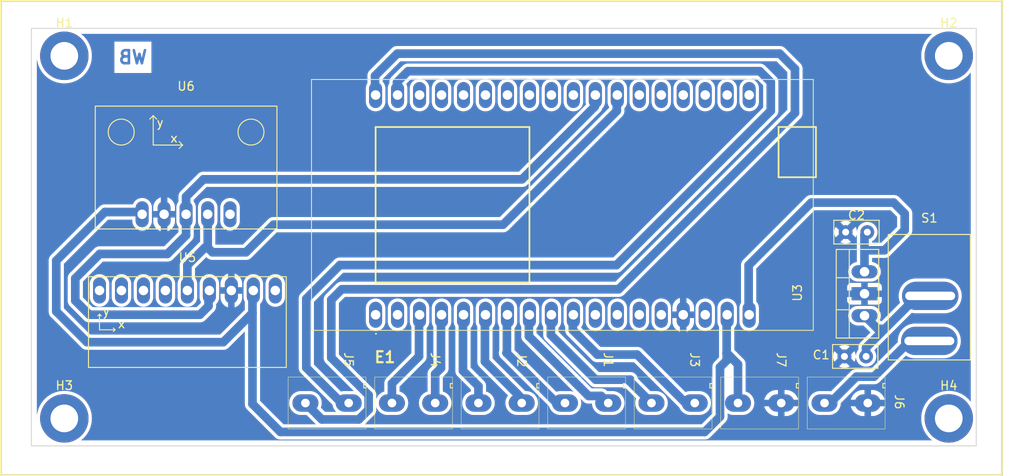
<source format=kicad_pcb>
(kicad_pcb (version 20240108) (generator "pcbnew") (generator_version "8.0")
  (layers (0 "F.Cu" signal) (31 "B.Cu" signal) (34 "B.Paste" user) (35 "F.Paste" user) (36 "B.SilkS" user "B.Silkscreen") (37 "F.SilkS" user "F.Silkscreen") (38 "B.Mask" user) (39 "F.Mask" user) (44 "Edge.Cuts" user))
  (net 0 "")
  (net 1 "GND")
  (net 2 "+5V")
  (net 3 "mot1_encB")
  (net 4 "mot1_encA")
  (net 5 "mot2_encB")
  (net 6 "mot2_encA")
  (net 7 "mot1_pwm2")
  (net 8 "mot1_pwm1")
  (net 9 "mot2_pwm2")
  (net 10 "mot2_pwm1")
  (net 11 "mot2_ACS711")
  (net 12 "mot1_ACS711")
  (net 13 "Vcc1_8V")
  (net 14 "+3.3V")
  (net 21 "Net-(C1-Pad1)")
  (net 35 "Net-(E1-Pad29)")
  (net 36 "Net-(E1-Pad30)")
  (footprint "MojaBibliotekaFootPrint1:zlacze ARK_2" (layer "F.Cu") (at 81.056 138.725 -90)
    (property "Reference" "J4" (at -5 0 -90) (layer "F.SilkS"))
    (property "Value" "Conn_01x02_Female")
    (fp_line (start -2.25 -1.75) (end -1.75 -1.75) (stroke (width 0.12)) (layer "F.SilkS"))
    (fp_line (start -1.75 -1.75) (end -1.75 -2) (stroke (width 0.12)) (layer "F.SilkS"))
    (fp_line (start -2.25 -2) (end -2.25 -1.75) (stroke (width 0.12)) (layer "F.SilkS"))
    (fp_rect (start -3 7) (end 3 -2) (stroke (width 0.05)) (fill none) (layer "F.SilkS"))
    (pad "1" thru_hole oval (at 0 0 270) (size 2 3) (drill 1) (layers "F&B.Cu" "*.Mask") (net 9 "mot2_pwm2"))
    (pad "2" thru_hole oval (at 0 5 270) (size 2 3) (drill 1) (layers "F&B.Cu" "*.Mask") (net 10 "mot2_pwm1"))
  )
  (footprint "MojaBibliotekaFootPrint1:zlacze ARK_2" (layer "F.Cu") (at 121.056 138.725 -90)
    (property "Reference" "J7" (at -5 0 -90) (layer "F.SilkS"))
    (property "Value" "Conn_01x02_Female")
    (fp_line (start -2.25 -1.75) (end -1.75 -1.75) (stroke (width 0.12)) (layer "F.SilkS"))
    (fp_line (start -1.75 -1.75) (end -1.75 -2) (stroke (width 0.12)) (layer "F.SilkS"))
    (fp_line (start -2.25 -2) (end -2.25 -1.75) (stroke (width 0.12)) (layer "F.SilkS"))
    (fp_rect (start -3 7) (end 3 -2) (stroke (width 0.05)) (fill none) (layer "F.SilkS"))
    (pad "1" thru_hole oval (at 0 0 270) (size 2 3) (drill 1) (layers "F&B.Cu" "*.Mask") (net 1 "GND"))
    (pad "2" thru_hole oval (at 0 5 270) (size 2 3) (drill 1) (layers "F&B.Cu" "*.Mask") (net 14 "+3.3V"))
  )
  (footprint "MojaBibliotekaFootPrint1:mpu6050_DFRobot" (layer "F.Cu") (at 52.262 101.408)
    (property "Reference" "U6" (at 0 0.7 0) (layer "F.SilkS"))
    (property "Value" "mpu6050_DFRobot")
    (fp_line (start -3.8 4.1) (end -4.2 4.5) (stroke (width 0.12)) (layer "F.SilkS"))
    (fp_line (start -3.8 4.1) (end -3.4 4.5) (stroke (width 0.12)) (layer "F.SilkS"))
    (fp_line (start -3.8 7.5) (end -3.8 4.1) (stroke (width 0.12)) (layer "F.SilkS"))
    (fp_line (start -3.8 7.5) (end -0.4 7.5) (stroke (width 0.12)) (layer "F.SilkS"))
    (fp_line (start -0.4 7.5) (end -0.8 7.1) (stroke (width 0.12)) (layer "F.SilkS"))
    (fp_line (start -0.4 7.5) (end -0.8 7.9) (stroke (width 0.12)) (layer "F.SilkS"))
    (fp_rect (start -10.5 17.2) (end 10.5 3) (stroke (width 0.12)) (fill none) (layer "F.SilkS"))
    (fp_circle (center -7.5 6) (end -6 6) (stroke (width 0.12)) (fill none) (layer "F.SilkS"))
    (fp_circle (center 7.5 6) (end 9 6) (stroke (width 0.12)) (fill none) (layer "F.SilkS"))
    (fp_text user "x" (at -1.4 6.7 0) (layer "F.SilkS"))
    (fp_text user "y" (at -3 4.9 0) (layer "F.SilkS"))
    (pad "1" thru_hole oval (at -5.08 15.5) (size 1.5 3) (drill 1.1) (layers "*.Cu" "*.Mask") (net 14 "+3.3V"))
    (pad "2" thru_hole oval (at -2.54 15.5) (size 1.5 3) (drill 1.1) (layers "*.Cu" "*.Mask") (net 1 "GND"))
    (pad "3" thru_hole oval (at 0 15.5) (size 1.5 3) (drill 1.1) (layers "*.Cu" "*.Mask") (net 35 "Net-(E1-Pad29)"))
    (pad "4" thru_hole oval (at 2.5 15.5) (size 1.5 3) (drill 1.1) (layers "*.Cu" "*.Mask") (net 36 "Net-(E1-Pad30)"))
    (pad "5" thru_hole oval (at 5.08 15.5) (size 1.5 3) (drill 1.1) (layers "*.Cu" "*.Mask"))
  )
  (footprint "MojaBibliotekaFootPrint1:zlacze ARK_2" (layer "F.Cu") (at 71.056 138.725 -90)
    (property "Reference" "J5" (at -5 0 -90) (layer "F.SilkS"))
    (property "Value" "Conn_01x02_Female")
    (fp_line (start -2.25 -1.75) (end -1.75 -1.75) (stroke (width 0.12)) (layer "F.SilkS"))
    (fp_line (start -1.75 -1.75) (end -1.75 -2) (stroke (width 0.12)) (layer "F.SilkS"))
    (fp_line (start -2.25 -2) (end -2.25 -1.75) (stroke (width 0.12)) (layer "F.SilkS"))
    (fp_rect (start -3 7) (end 3 -2) (stroke (width 0.05)) (fill none) (layer "F.SilkS"))
    (pad "1" thru_hole oval (at 0 0 270) (size 2 3) (drill 1) (layers "F&B.Cu" "*.Mask") (net 11 "mot2_ACS711"))
    (pad "2" thru_hole oval (at 0 5 270) (size 2 3) (drill 1) (layers "F&B.Cu" "*.Mask") (net 12 "mot1_ACS711"))
  )
  (footprint "MojaBibliotekaFootPrint1:lis3mdl_Pololu" (layer "F.Cu") (at 52.412 121.9085)
    (property "Reference" "U5" (at 0 0 0) (layer "F.SilkS"))
    (property "Value" "Lis3mdl_Polulu")
    (fp_line (start -10.16 6.55) (end -10.36 6.75) (stroke (width 0.12)) (layer "F.SilkS"))
    (fp_line (start -10.16 6.55) (end -9.96 6.75) (stroke (width 0.12)) (layer "F.SilkS"))
    (fp_line (start -10.16 8.35) (end -10.16 6.55) (stroke (width 0.12)) (layer "F.SilkS"))
    (fp_line (start -9.96 6.75) (end -10.16 6.55) (stroke (width 0.12)) (layer "F.SilkS"))
    (fp_line (start -8.36 8.35) (end -10.16 8.35) (stroke (width 0.12)) (layer "F.SilkS"))
    (fp_line (start -8.36 8.35) (end -8.56 8.15) (stroke (width 0.12)) (layer "F.SilkS"))
    (fp_line (start -8.36 8.35) (end -8.56 8.55) (stroke (width 0.12)) (layer "F.SilkS"))
    (fp_rect (start -11.43 12.7022) (end 11.43 2.213) (stroke (width 0.12)) (fill none) (layer "F.SilkS"))
    (fp_text user "y" (at -9.3726 6.2252 0) (layer "F.SilkS"))
    (fp_text user "x" (at -7.62 7.673 0) (layer "F.SilkS"))
    (pad "1" thru_hole oval (at 10.16 3.81) (size 1.5 3) (drill 1.1) (layers "*.Cu" "*.Mask"))
    (pad "2" thru_hole oval (at 7.62 3.81) (size 1.5 3) (drill 1.1) (layers "*.Cu" "*.Mask") (net 14 "+3.3V"))
    (pad "3" thru_hole oval (at 5.08 3.81) (size 1.5 3) (drill 1.1) (layers "*.Cu" "*.Mask") (net 1 "GND"))
    (pad "4" thru_hole oval (at 2.54 3.81) (size 1.5 3) (drill 1.1) (layers "*.Cu" "*.Mask") (net 35 "Net-(E1-Pad29)"))
    (pad "5" thru_hole oval (at 0 3.81) (size 1.5 3) (drill 1.1) (layers "*.Cu" "*.Mask") (net 36 "Net-(E1-Pad30)"))
    (pad "6" thru_hole oval (at -2.54 3.81) (size 1.5 3) (drill 1.1) (layers "*.Cu" "*.Mask"))
    (pad "7" thru_hole oval (at -5.08 3.81) (size 1.5 3) (drill 1.1) (layers "*.Cu" "*.Mask"))
    (pad "8" thru_hole oval (at -7.62 3.81) (size 1.5 3) (drill 1.1) (layers "*.Cu" "*.Mask"))
    (pad "9" thru_hole oval (at -10.16 3.81) (size 1.5 3) (drill 1.1) (layers "*.Cu" "*.Mask"))
  )
  (footprint "MojaBibliotekaFootPrint1:zlacze ARK_2" (layer "F.Cu") (at 111.056 138.725 -90)
    (property "Reference" "J3" (at -5 0 -90) (layer "F.SilkS"))
    (property "Value" "Conn_01x02_Female")
    (fp_line (start -2.25 -1.75) (end -1.75 -1.75) (stroke (width 0.12)) (layer "F.SilkS"))
    (fp_line (start -1.75 -1.75) (end -1.75 -2) (stroke (width 0.12)) (layer "F.SilkS"))
    (fp_line (start -2.25 -2) (end -2.25 -1.75) (stroke (width 0.12)) (layer "F.SilkS"))
    (fp_rect (start -3 7) (end 3 -2) (stroke (width 0.05)) (fill none) (layer "F.SilkS"))
    (pad "1" thru_hole oval (at 0 0 270) (size 2 3) (drill 1) (layers "F&B.Cu" "*.Mask") (net 7 "mot1_pwm2"))
    (pad "2" thru_hole oval (at 0 5 270) (size 2 3) (drill 1) (layers "F&B.Cu" "*.Mask") (net 8 "mot1_pwm1"))
  )
  (footprint "MountingHole:MountingHole_3.2mm_M3_DIN965_Pad" (layer "F.Cu") (at 38.186 140.503)
    (property "Reference" "H3" (at 0 -3.8 0) (layer "F.SilkS"))
    (property "Value" "MountingHole")
    (pad "1" thru_hole circle (at 0 0) (size 5.6 5.6) (drill 3.2) (layers "*.Cu" "*.Mask"))
  )
  (footprint "MojaBibliotekaFootPrint1:zlacze ARK_2" (layer "F.Cu") (at 91.056 138.725 -90)
    (property "Reference" "J2" (at -5 0 -90) (layer "F.SilkS"))
    (property "Value" "Conn_01x02_Female")
    (fp_line (start -2.25 -1.75) (end -1.75 -1.75) (stroke (width 0.12)) (layer "F.SilkS"))
    (fp_line (start -1.75 -1.75) (end -1.75 -2) (stroke (width 0.12)) (layer "F.SilkS"))
    (fp_line (start -2.25 -2) (end -2.25 -1.75) (stroke (width 0.12)) (layer "F.SilkS"))
    (fp_rect (start -3 7) (end 3 -2) (stroke (width 0.05)) (fill none) (layer "F.SilkS"))
    (pad "1" thru_hole oval (at 0 0 270) (size 2 3) (drill 1) (layers "F&B.Cu" "*.Mask") (net 5 "mot2_encB"))
    (pad "2" thru_hole oval (at 0 5 270) (size 2 3) (drill 1) (layers "F&B.Cu" "*.Mask") (net 6 "mot2_encA"))
  )
  (footprint "Capacitor_THT:C_Disc_D5.0mm_W2.5mm_P2.50mm" (layer "F.Cu") (at 130.861 133.34 180)
    (property "Reference" "C1" (at 5.184 0.175 0) (layer "F.SilkS"))
    (property "Value" "100nF")
    (fp_line (start 3.87 -1.37) (end 3.87 1.37) (stroke (width 0.12)) (layer "F.SilkS"))
    (fp_line (start -1.37 1.37) (end 3.87 1.37) (stroke (width 0.12)) (layer "F.SilkS"))
    (fp_line (start -1.37 -1.37) (end 3.87 -1.37) (stroke (width 0.12)) (layer "F.SilkS"))
    (fp_line (start -1.37 -1.37) (end -1.37 1.37) (stroke (width 0.12)) (layer "F.SilkS"))
    (pad "1" thru_hole circle (at 0 0 180) (size 1.6 1.6) (drill 0.8) (layers "*.Cu" "*.Mask") (net 21 "Net-(C1-Pad1)"))
    (pad "2" thru_hole circle (at 2.5 0 180) (size 1.6 1.6) (drill 0.8) (layers "*.Cu" "*.Mask") (net 1 "GND"))
  )
  (footprint "MojaBibliotekaFootPrint1:zlacze ARK_2" (layer "F.Cu") (at 101.056 138.725 -90)
    (property "Reference" "J1" (at -5 0 -90) (layer "F.SilkS"))
    (property "Value" "Conn_01x02_Female")
    (fp_line (start -2.25 -1.75) (end -1.75 -1.75) (stroke (width 0.12)) (layer "F.SilkS"))
    (fp_line (start -1.75 -1.75) (end -1.75 -2) (stroke (width 0.12)) (layer "F.SilkS"))
    (fp_line (start -2.25 -2) (end -2.25 -1.75) (stroke (width 0.12)) (layer "F.SilkS"))
    (fp_rect (start -3 7) (end 3 -2) (stroke (width 0.05)) (fill none) (layer "F.SilkS"))
    (pad "1" thru_hole oval (at 0 0 270) (size 2 3) (drill 1) (layers "F&B.Cu" "*.Mask") (net 3 "mot1_encB"))
    (pad "2" thru_hole oval (at 0 5 270) (size 2 3) (drill 1) (layers "F&B.Cu" "*.Mask") (net 4 "mot1_encA"))
  )
  (footprint "MojaBibliotekaFootPrint1:zlacze ARK_2" (layer "F.Cu") (at 131.056 138.725 -90)
    (property "Reference" "J6" (at -0.127 -3.65 -90) (layer "F.SilkS"))
    (property "Value" "Conn_01x02_Female")
    (fp_line (start -2.25 -1.75) (end -1.75 -1.75) (stroke (width 0.12)) (layer "F.SilkS"))
    (fp_line (start -1.75 -1.75) (end -1.75 -2) (stroke (width 0.12)) (layer "F.SilkS"))
    (fp_line (start -2.25 -2) (end -2.25 -1.75) (stroke (width 0.12)) (layer "F.SilkS"))
    (fp_rect (start -3 7) (end 3 -2) (stroke (width 0.05)) (fill none) (layer "F.SilkS"))
    (pad "1" thru_hole oval (at 0 0 270) (size 2 3) (drill 1) (layers "F&B.Cu" "*.Mask") (net 1 "GND"))
    (pad "2" thru_hole oval (at 0 5 270) (size 2 3) (drill 1) (layers "F&B.Cu" "*.Mask") (net 13 "Vcc1_8V"))
  )
  (footprint "Capacitor_THT:C_Disc_D5.0mm_W2.5mm_P2.50mm" (layer "F.Cu") (at 131.002 118.973 180)
    (property "Reference" "C2" (at 1.25 1.965 0) (layer "F.SilkS"))
    (property "Value" "100nF")
    (fp_line (start 3.87 -1.37) (end 3.87 1.37) (stroke (width 0.12)) (layer "F.SilkS"))
    (fp_line (start -1.37 1.37) (end 3.87 1.37) (stroke (width 0.12)) (layer "F.SilkS"))
    (fp_line (start -1.37 -1.37) (end 3.87 -1.37) (stroke (width 0.12)) (layer "F.SilkS"))
    (fp_line (start -1.37 -1.37) (end -1.37 1.37) (stroke (width 0.12)) (layer "F.SilkS"))
    (pad "1" thru_hole circle (at 0 0 180) (size 1.6 1.6) (drill 0.8) (layers "*.Cu" "*.Mask") (net 2 "+5V"))
    (pad "2" thru_hole circle (at 2.5 0 180) (size 1.6 1.6) (drill 0.8) (layers "*.Cu" "*.Mask") (net 1 "GND"))
  )
  (footprint "MountingHole:MountingHole_3.2mm_M3_DIN965_Pad" (layer "F.Cu") (at 140.421 98.593)
    (property "Reference" "H2" (at 0 -3.8 0) (layer "F.SilkS"))
    (property "Value" "MountingHole")
    (pad "1" thru_hole circle (at 0 0) (size 5.6 5.6) (drill 3.2) (layers "*.Cu" "*.Mask"))
  )
  (footprint "MountingHole:MountingHole_3.2mm_M3_DIN965_Pad" (layer "F.Cu") (at 38.186 98.593)
    (property "Reference" "H1" (at 0 -3.8 0) (layer "F.SilkS"))
    (property "Value" "MountingHole")
    (pad "1" thru_hole circle (at 0 0) (size 5.6 5.6) (drill 3.2) (layers "*.Cu" "*.Mask"))
  )
  (footprint "MountingHole:MountingHole_3.2mm_M3_DIN965_Pad" (layer "F.Cu") (at 140.421 140.503)
    (property "Reference" "H4" (at 0 -3.8 0) (layer "F.SilkS"))
    (property "Value" "MountingHole")
    (pad "1" thru_hole circle (at 0 0) (size 5.6 5.6) (drill 3.2) (layers "*.Cu" "*.Mask"))
  )
  (footprint "MojaBibliotekaFootPrint1:LM78xx" (layer "F.Cu") (at 123.431 125.993 90)
    (property "Reference" "U3" (at 0 -0.5 90) (layer "F.SilkS"))
    (property "Value" "L7805")
    (fp_line (start 5.02 3.98) (end 5.02 8.89) (stroke (width 0.12)) (layer "F.SilkS"))
    (fp_line (start 1.751 3.98) (end 1.751 5.49) (stroke (width 0.12)) (layer "F.SilkS"))
    (fp_line (start -1.95 3.98) (end -1.95 5.49) (stroke (width 0.12)) (layer "F.SilkS"))
    (fp_line (start -5.22 3.98) (end 5.02 3.98) (stroke (width 0.12)) (layer "F.SilkS"))
    (fp_line (start -5.22 3.98) (end -5.22 8.89) (stroke (width 0.12)) (layer "F.SilkS"))
    (fp_line (start -5.22 5.49) (end 5.02 5.49) (stroke (width 0.12)) (layer "F.SilkS"))
    (fp_line (start -5.22 8.89) (end 5.02 8.89) (stroke (width 0.12)) (layer "F.SilkS"))
    (pad "1" thru_hole oval (at -2.64 7.25 90) (size 1.5 3) (drill 1.1) (layers "*.Cu" "*.Mask") (net 21 "Net-(C1-Pad1)"))
    (pad "2" thru_hole rect (at -0.1 7.25 90) (size 1.5 3) (drill 1.1) (layers "*.Cu" "*.Mask") (net 1 "GND"))
    (pad "3" thru_hole oval (at 2.44 7.25 90) (size 1.5 3) (drill 1.1) (layers "*.Cu" "*.Mask") (net 2 "+5V"))
  )
  (footprint "MojaBibliotekaFootPrint1:mini_black_switch" (layer "F.Cu") (at 135.926 126.742 -90)
    (property "Reference" "S1" (at -9.394 -2.25 180) (layer "F.SilkS"))
    (property "Value" "Toggle_switch")
    (fp_rect (start 7 2.5) (end -7.5 -7) (stroke (width 0.12)) (fill none) (layer "F.SilkS"))
    (pad "1" thru_hole oval (at 4.8052 -2.2466 270) (size 3.26 6.52) (drill oval 0.98 5.78) (layers "F&B.Cu" "*.Mask") (net 13 "Vcc1_8V"))
    (pad "2" thru_hole oval (at -0.4018 -2.3482 270) (size 3.26 6.52) (drill oval 0.98 5.78) (layers "F&B.Cu" "*.Mask") (net 21 "Net-(C1-Pad1)"))
  )
  (footprint "MojaBibliotekaFootPrint1:FIREBEETLE_ESP32" (layer "F.Cu") (at 99.568 115.824 180)
    (property "Reference" "E1" (at 24.322 -17.61 0) (layer "F.SilkS") (effects (font (size 1.27 1.27) (thickness 0.254))))
    (property "Value" "ESP32-Firebeetle" (hide yes))
    (fp_line (start 32.81 14.5) (end -25.19 14.5) (stroke (width 0.1)) (layer "F.SilkS"))
    (fp_line (start 32.81 -14.5) (end 32.81 14.5) (stroke (width 0.1)) (layer "F.SilkS"))
    (fp_line (start 25.41 -14.9) (end 25.41 -14.9) (stroke (width 0.1)) (layer "F.SilkS"))
    (fp_line (start 25.4 9) (end 25.4 -9) (stroke (width 0.2)) (layer "F.SilkS"))
    (fp_line (start 25.4 -9) (end 7.62 -9) (stroke (width 0.2)) (layer "F.SilkS"))
    (fp_line (start 25.31 -14.9) (end 25.31 -14.9) (stroke (width 0.1)) (layer "F.SilkS"))
    (fp_line (start 7.62 9) (end 25.4 9) (stroke (width 0.2)) (layer "F.SilkS"))
    (fp_line (start 7.62 -9) (end 7.62 9) (stroke (width 0.2)) (layer "F.SilkS"))
    (fp_line (start -21.178 9.005) (end -21.178 3.199) (stroke (width 0.2)) (layer "F.SilkS"))
    (fp_line (start -21.178 3.199) (end -25.5 3.199) (stroke (width 0.2)) (layer "F.SilkS"))
    (fp_line (start -25.19 14.5) (end -25.19 -14.5) (stroke (width 0.1)) (layer "F.SilkS"))
    (fp_line (start -25.19 -14.5) (end 32.81 -14.5) (stroke (width 0.1)) (layer "F.SilkS"))
    (fp_line (start -25.5 9.005) (end -21.178 9.005) (stroke (width 0.2)) (layer "F.SilkS"))
    (fp_line (start -25.5 3.199) (end -25.5 9.005) (stroke (width 0.2)) (layer "F.SilkS"))
    (fp_arc (start 25.41 -14.9) (mid 25.36 -14.85) (end 25.31 -14.9) (stroke (width 0.1)) (layer "F.SilkS"))
    (fp_arc (start 25.31 -14.9) (mid 25.36 -14.95) (end 25.41 -14.9) (stroke (width 0.1)) (layer "F.SilkS"))
    (pad "1" thru_hole oval (at 25.4 -12.7 180) (size 1.5 3) (drill 1.11) (layers "*.Cu" "*.Mask"))
    (pad "2" thru_hole oval (at 22.86 -12.7 180) (size 1.5 3) (drill 1.11) (layers "*.Cu" "*.Mask"))
    (pad "3" thru_hole oval (at 20.32 -12.7 180) (size 1.5 3) (drill 1.11) (layers "*.Cu" "*.Mask") (net 10 "mot2_pwm1"))
    (pad "4" thru_hole oval (at 17.78 -12.7 180) (size 1.5 3) (drill 1.11) (layers "*.Cu" "*.Mask") (net 9 "mot2_pwm2"))
    (pad "5" thru_hole oval (at 15.24 -12.7 180) (size 1.5 3) (drill 1.11) (layers "*.Cu" "*.Mask") (net 6 "mot2_encA"))
    (pad "6" thru_hole oval (at 12.7 -12.7 180) (size 1.5 3) (drill 1.11) (layers "*.Cu" "*.Mask") (net 5 "mot2_encB"))
    (pad "7" thru_hole oval (at 10.16 -12.7 180) (size 1.5 3) (drill 1.11) (layers "*.Cu" "*.Mask") (net 4 "mot1_encA"))
    (pad "8" thru_hole oval (at 7.62 -12.7 180) (size 1.5 3) (drill 1.11) (layers "*.Cu" "*.Mask") (net 3 "mot1_encB"))
    (pad "9" thru_hole oval (at 5.08 -12.7 180) (size 1.5 3) (drill 1.11) (layers "*.Cu" "*.Mask") (net 8 "mot1_pwm1"))
    (pad "10" thru_hole oval (at 2.54 -12.7 180) (size 1.5 3) (drill 1.11) (layers "*.Cu" "*.Mask") (net 7 "mot1_pwm2"))
    (pad "11" thru_hole oval (at 0 -12.7 180) (size 1.5 3) (drill 1.11) (layers "*.Cu" "*.Mask"))
    (pad "12" thru_hole oval (at -2.54 -12.7 180) (size 1.5 3) (drill 1.11) (layers "*.Cu" "*.Mask"))
    (pad "13" thru_hole oval (at -5.08 -12.7 180) (size 1.5 3) (drill 1.11) (layers "*.Cu" "*.Mask"))
    (pad "14" thru_hole oval (at -7.62 -12.7 180) (size 1.5 3) (drill 1.11) (layers "*.Cu" "*.Mask"))
    (pad "15" thru_hole oval (at -10.16 -12.7 180) (size 1.5 3) (drill 1.11) (layers "*.Cu" "*.Mask") (net 1 "GND"))
    (pad "16" thru_hole oval (at -12.7 -12.7 180) (size 1.5 3) (drill 1.11) (layers "*.Cu" "*.Mask"))
    (pad "17" thru_hole oval (at -15.24 -12.7 180) (size 1.5 3) (drill 1.11) (layers "*.Cu" "*.Mask") (net 14 "+3.3V"))
    (pad "18" thru_hole oval (at -17.78 -12.7 180) (size 1.5 3) (drill 1.11) (layers "*.Cu" "*.Mask") (net 2 "+5V"))
    (pad "19" thru_hole oval (at 25.4 12.7 180) (size 1.5 3) (drill 1.11) (layers "*.Cu" "*.Mask") (net 12 "mot1_ACS711"))
    (pad "20" thru_hole oval (at 22.86 12.7 180) (size 1.5 3) (drill 1.11) (layers "*.Cu" "*.Mask") (net 11 "mot2_ACS711"))
    (pad "21" thru_hole oval (at 20.32 12.7 180) (size 1.5 3) (drill 1.11) (layers "*.Cu" "*.Mask"))
    (pad "22" thru_hole oval (at 17.78 12.7 180) (size 1.5 3) (drill 1.11) (layers "*.Cu" "*.Mask"))
    (pad "23" thru_hole oval (at 15.24 12.7 180) (size 1.5 3) (drill 1.11) (layers "*.Cu" "*.Mask"))
    (pad "24" thru_hole oval (at 12.7 12.7 180) (size 1.5 3) (drill 1.11) (layers "*.Cu" "*.Mask"))
    (pad "25" thru_hole oval (at 10.16 12.7 180) (size 1.5 3) (drill 1.11) (layers "*.Cu" "*.Mask"))
    (pad "26" thru_hole oval (at 7.62 12.7 180) (size 1.5 3) (drill 1.11) (layers "*.Cu" "*.Mask"))
    (pad "27" thru_hole oval (at 5.08 12.7 180) (size 1.5 3) (drill 1.11) (layers "*.Cu" "*.Mask"))
    (pad "28" thru_hole oval (at 2.54 12.7 180) (size 1.5 3) (drill 1.11) (layers "*.Cu" "*.Mask"))
    (pad "29" thru_hole oval (at 0 12.7 180) (size 1.5 3) (drill 1.11) (layers "*.Cu" "*.Mask") (net 35 "Net-(E1-Pad29)"))
    (pad "30" thru_hole oval (at -2.54 12.7 180) (size 1.5 3) (drill 1.11) (layers "*.Cu" "*.Mask") (net 36 "Net-(E1-Pad30)"))
    (pad "31" thru_hole oval (at -5.08 12.7 180) (size 1.5 3) (drill 1.11) (layers "*.Cu" "*.Mask"))
    (pad "32" thru_hole oval (at -7.62 12.7 180) (size 1.5 3) (drill 1.11) (layers "*.Cu" "*.Mask"))
    (pad "33" thru_hole oval (at -10.16 12.7 180) (size 1.5 3) (drill 1.11) (layers "*.Cu" "*.Mask"))
    (pad "34" thru_hole oval (at -12.7 12.7 180) (size 1.5 3) (drill 1.11) (layers "*.Cu" "*.Mask"))
    (pad "35" thru_hole oval (at -15.24 12.7 180) (size 1.5 3) (drill 1.11) (layers "*.Cu" "*.Mask"))
    (pad "36" thru_hole oval (at -17.78 12.7 180) (size 1.5 3) (drill 1.11) (layers "*.Cu" "*.Mask"))
  )
  (gr_rect (start 30.852 92.24) (end 146.577 147.065) (stroke (width 0.2)) (fill none) (layer "B.Cu"))
  (gr_rect (start 30.852 92.24) (end 146.577 147.065) (stroke (width 0.2)) (fill none) (layer "F.SilkS"))
  (gr_rect (start 34.376 95.418) (end 143.596 143.678) (stroke (width 0.1)) (fill none) (layer "Edge.Cuts"))
  (gr_text "WB" (at 46.116 98.765 0) (layer "B.Cu") (effects (font (size 1.5 1.5) (thickness 0.3)) (justify mirror)))
  (segment (start 130.677 123.799) (end 130.677 121.071) (width 1) (layer "B.Cu") (net 2))
  (segment (start 135.326 116.83) (end 134.056 115.56) (width 1) (layer "B.Cu") (net 2))
  (segment (start 132.99 121.071) (end 135.326 118.735) (width 1) (layer "B.Cu") (net 2))
  (segment (start 130.677 121.071) (end 130.677 119.298) (width 1) (layer "B.Cu") (net 2))
  (segment (start 134.056 115.56) (end 124.531 115.56) (width 1) (layer "B.Cu") (net 2))
  (segment (start 130.677 119.298) (end 131.002 118.973) (width 1) (layer "B.Cu") (net 2))
  (segment (start 117.286 122.805) (end 117.286 128.625) (width 1) (layer "B.Cu") (net 2))
  (segment (start 130.677 121.071) (end 132.99 121.071) (width 1) (layer "B.Cu") (net 2))
  (segment (start 124.531 115.56) (end 117.286 122.805) (width 1) (layer "B.Cu") (net 2))
  (segment (start 135.326 118.735) (end 135.326 116.83) (width 1) (layer "B.Cu") (net 2))
  (segment (start 98.776 137.905) (end 91.886 131.015) (width 1) (layer "B.Cu") (net 3))
  (segment (start 100.236 137.905) (end 101.056 138.725) (width 1) (layer "B.Cu") (net 3))
  (segment (start 98.776 137.905) (end 100.236 137.905) (width 1) (layer "B.Cu") (net 3))
  (segment (start 91.886 131.015) (end 91.886 128.625) (width 1) (layer "B.Cu") (net 3))
  (segment (start 95.096 138.725) (end 96.056 138.725) (width 1) (layer "B.Cu") (net 4))
  (segment (start 89.296 132.925) (end 89.346 132.875) (width 1) (layer "B.Cu") (net 4))
  (segment (start 89.296 132.925) (end 95.096 138.725) (width 1) (layer "B.Cu") (net 4))
  (segment (start 89.346 132.875) (end 89.346 128.625) (width 1) (layer "B.Cu") (net 4))
  (segment (start 89.776 136.905) (end 86.806 133.935) (width 1) (layer "B.Cu") (net 5))
  (segment (start 90.616 137.745) (end 89.776 136.905) (width 1) (layer "B.Cu") (net 5))
  (segment (start 91.056 138.185) (end 91.056 138.725) (width 1) (layer "B.Cu") (net 5))
  (segment (start 89.776 136.905) (end 91.056 138.185) (width 1) (layer "B.Cu") (net 5))
  (segment (start 86.806 133.935) (end 86.806 128.625) (width 1) (layer "B.Cu") (net 5))
  (segment (start 85.476 136.205) (end 84.266 134.995) (width 1) (layer "B.Cu") (net 6))
  (segment (start 85.476 136.205) (end 86.056 136.785) (width 1) (layer "B.Cu") (net 6))
  (segment (start 86.056 136.785) (end 86.056 138.725) (width 1) (layer "B.Cu") (net 6))
  (segment (start 85.536 136.265) (end 85.476 136.205) (width 1) (layer "B.Cu") (net 6))
  (segment (start 84.266 134.995) (end 84.266 128.625) (width 1) (layer "B.Cu") (net 6))
  (segment (start 109.996 138.725) (end 111.056 138.725) (width 1) (layer "B.Cu") (net 7))
  (segment (start 104.396 133.125) (end 109.996 138.725) (width 1) (layer "B.Cu") (net 7))
  (segment (start 99.796 133.125) (end 104.396 133.125) (width 1) (layer "B.Cu") (net 7))
  (segment (start 96.966 130.295) (end 99.796 133.125) (width 1) (layer "B.Cu") (net 7))
  (segment (start 96.966 128.625) (end 96.966 130.295) (width 1) (layer "B.Cu") (net 7))
  (segment (start 94.426 130.855) (end 99.596 136.025) (width 1) (layer "B.Cu") (net 8))
  (segment (start 99.596 136.025) (end 103.596 136.025) (width 1) (layer "B.Cu") (net 8))
  (segment (start 103.596 136.025) (end 103.596 136.265) (width 1) (layer "B.Cu") (net 8))
  (segment (start 103.596 136.265) (end 106.056 138.725) (width 1) (layer "B.Cu") (net 8))
  (segment (start 94.426 128.625) (end 94.426 130.855) (width 1) (layer "B.Cu") (net 8))
  (segment (start 81.726 134.695) (end 81.056 135.365) (width 1) (layer "B.Cu") (net 9))
  (segment (start 81.056 135.365) (end 81.056 138.725) (width 1) (layer "B.Cu") (net 9))
  (segment (start 81.726 134.695) (end 81.726 128.625) (width 1) (layer "B.Cu") (net 9))
  (segment (start 79.186 133.335) (end 79.186 128.625) (width 1) (layer "B.Cu") (net 10))
  (segment (start 79.186 133.335) (end 76.056 136.465) (width 1) (layer "B.Cu") (net 10))
  (segment (start 76.056 136.465) (end 76.056 138.725) (width 1) (layer "B.Cu") (net 10))
  (segment (start 70.042 122.783) (end 102.007 122.783) (width 1) (layer "B.Cu") (net 11))
  (segment (start 118.577 100.371) (end 77.916 100.371) (width 1) (layer "B.Cu") (net 11))
  (segment (start 77.916 100.371) (end 76.646 101.641) (width 1) (layer "B.Cu") (net 11))
  (segment (start 119.847 104.943) (end 119.847 101.641) (width 1) (layer "B.Cu") (net 11))
  (segment (start 70.296 138.785) (end 66.158 134.647) (width 1) (layer "B.Cu") (net 11))
  (segment (start 66.158 134.647) (end 66.158 126.667) (width 1) (layer "B.Cu") (net 11))
  (segment (start 66.158 126.667) (end 70.042 122.783) (width 1) (layer "B.Cu") (net 11))
  (segment (start 76.646 101.641) (end 76.646 103.225) (width 1) (layer "B.Cu") (net 11))
  (segment (start 119.847 101.641) (end 118.577 100.371) (width 1) (layer "B.Cu") (net 11))
  (segment (start 102.007 122.783) (end 119.847 104.943) (width 1) (layer "B.Cu") (net 11))
  (segment (start 102.261 125.577) (end 122.641 105.197) (width 1) (layer "B.Cu") (net 12))
  (segment (start 120.874997 98.339) (end 76.667 98.339) (width 1) (layer "B.Cu") (net 12))
  (segment (start 67.956 140.625) (end 72.227 140.625) (width 1) (layer "B.Cu") (net 12))
  (segment (start 70.257 125.577) (end 102.261 125.577) (width 1) (layer "B.Cu") (net 12))
  (segment (start 72.227 140.625) (end 73.365 139.487) (width 1) (layer "B.Cu") (net 12))
  (segment (start 122.641 105.197) (end 122.641 100.105003) (width 1) (layer "B.Cu") (net 12))
  (segment (start 73.365 139.487) (end 73.365 137.81132) (width 1) (layer "B.Cu") (net 12))
  (segment (start 76.667 98.339) (end 74.106 100.9) (width 1) (layer "B.Cu") (net 12))
  (segment (start 122.641 100.105003) (end 120.874997 98.339) (width 1) (layer "B.Cu") (net 12))
  (segment (start 66.056 138.725) (end 67.956 140.625) (width 1) (layer "B.Cu") (net 12))
  (segment (start 74.106 100.9) (end 74.106 103.225) (width 1) (layer "B.Cu") (net 12))
  (segment (start 73.365 137.81132) (end 69.047 133.49332) (width 1) (layer "B.Cu") (net 12))
  (segment (start 69.047 133.49332) (end 69.047 126.787) (width 1) (layer "B.Cu") (net 12))
  (segment (start 69.047 126.787) (end 70.257 125.577) (width 1) (layer "B.Cu") (net 12))
  (segment (start 129.747 135.677) (end 131.785 135.677) (width 1) (layer "B.Cu") (net 13))
  (segment (start 126.639 138.785) (end 129.747 135.677) (width 1) (layer "B.Cu") (net 13))
  (segment (start 131.785 135.677) (end 135.5558 131.9062) (width 1) (layer "B.Cu") (net 13))
  (segment (start 135.5558 131.9062) (end 138.5826 131.9062) (width 1) (layer "B.Cu") (net 13))
  (segment (start 126.176 138.785) (end 126.639 138.785) (width 1) (layer "B.Cu") (net 13))
  (segment (start 63.165 142.068) (end 112.213 142.068) (width 1) (layer "B.Cu") (net 14))
  (segment (start 116.056 134.253) (end 116.056 138.725) (width 1) (layer "B.Cu") (net 14))
  (segment (start 56.56 131.693) (end 59.934 128.319) (width 1) (layer "B.Cu") (net 14))
  (segment (start 114.746 132.943) (end 116.056 134.253) (width 1) (layer "B.Cu") (net 14))
  (segment (start 37.256 122.268) (end 37.256 128.143) (width 1) (layer "B.Cu") (net 14))
  (segment (start 114.746 133.815) (end 114.746 132.943) (width 1) (layer "B.Cu") (net 14))
  (segment (start 37.256 128.143) (end 40.806 131.693) (width 1) (layer "B.Cu") (net 14))
  (segment (start 115.254 133.451) (end 114.746 132.943) (width 1) (layer "B.Cu") (net 14))
  (segment (start 113.976 134.585) (end 114.746 133.815) (width 1) (layer "B.Cu") (net 14))
  (segment (start 113.976 140.305) (end 113.976 134.585) (width 1) (layer "B.Cu") (net 14))
  (segment (start 114.746 132.943) (end 114.746 128.625) (width 1) (layer "B.Cu") (net 14))
  (segment (start 59.934 138.837) (end 63.165 142.068) (width 1) (layer "B.Cu") (net 14))
  (segment (start 112.213 142.068) (end 113.976 140.305) (width 1) (layer "B.Cu") (net 14))
  (segment (start 42.876 116.648) (end 37.256 122.268) (width 1) (layer "B.Cu") (net 14))
  (segment (start 40.806 131.693) (end 56.56 131.693) (width 1) (layer "B.Cu") (net 14))
  (segment (start 59.934 125.577) (end 59.934 138.837) (width 1) (layer "B.Cu") (net 14))
  (segment (start 47.182 116.648) (end 42.876 116.648) (width 1) (layer "B.Cu") (net 14))
  (segment (start 130.861 132.322) (end 133.034 130.149) (width 1) (layer "B.Cu") (net 21))
  (segment (start 133.034 130.149) (end 132.197 130.149) (width 1) (layer "B.Cu") (net 21))
  (segment (start 133.034 130.149) (end 136.4838 126.6992) (width 1) (layer "B.Cu") (net 21))
  (segment (start 136.4838 126.6992) (end 138.6842 126.6992) (width 1) (layer "B.Cu") (net 21))
  (segment (start 130.861 133.34) (end 130.861 132.322) (width 1) (layer "B.Cu") (net 21))
  (segment (start 132.197 130.149) (end 130.681 128.633) (width 1) (layer "B.Cu") (net 21))
  (segment (start 50.106 121.493) (end 52.262 119.337) (width 1) (layer "B.Cu") (net 35))
  (segment (start 39.456 126.893) (end 39.456 124.318) (width 1) (layer "B.Cu") (net 35))
  (segment (start 52.262 119.337) (end 52.262 116.648) (width 1) (layer "B.Cu") (net 35))
  (segment (start 53.856 128.518) (end 41.081 128.518) (width 1) (layer "B.Cu") (net 35))
  (segment (start 41.081 128.518) (end 39.456 126.893) (width 1) (layer "B.Cu") (net 35))
  (segment (start 52.262 114.87) (end 52.262 116.648) (width 1) (layer "B.Cu") (net 35))
  (segment (start 39.456 124.318) (end 42.281 121.493) (width 1) (layer "B.Cu") (net 35))
  (segment (start 54.854 127.52) (end 53.856 128.518) (width 1) (layer "B.Cu") (net 35))
  (segment (start 99.506 103.225) (end 99.506 104.456) (width 1) (layer "B.Cu") (net 35))
  (segment (start 99.506 104.456) (end 91.094 112.868) (width 1) (layer "B.Cu") (net 35))
  (segment (start 42.281 121.493) (end 50.106 121.493) (width 1) (layer "B.Cu") (net 35))
  (segment (start 54.854 125.577) (end 54.854 127.52) (width 1) (layer "B.Cu") (net 35))
  (segment (start 91.094 112.868) (end 54.264 112.868) (width 1) (layer "B.Cu") (net 35))
  (segment (start 54.264 112.868) (end 52.262 114.87) (width 1) (layer "B.Cu") (net 35))
  (segment (start 62.3765 118.11) (end 59.1865 121.3) (width 1) (layer "B.Cu") (net 36))
  (segment (start 54.438 120.762) (end 52.412 122.788) (width 1) (layer "B.Cu") (net 36))
  (segment (start 54.762 120.762) (end 54.762 116.908) (width 1) (layer "B.Cu") (net 36))
  (segment (start 102.046 103.225) (end 102.046 104.964) (width 1) (layer "B.Cu") (net 36))
  (segment (start 88.9 118.11) (end 62.3765 118.11) (width 1) (layer "B.Cu") (net 36))
  (segment (start 59.1865 121.3) (end 55.3 121.3) (width 1) (layer "B.Cu") (net 36))
  (segment (start 55.3 121.3) (end 54.762 120.762) (width 1) (layer "B.Cu") (net 36))
  (segment (start 54.762 120.762) (end 54.438 120.762) (width 1) (layer "B.Cu") (net 36))
  (segment (start 102.046 104.964) (end 88.9 118.11) (width 1) (layer "B.Cu") (net 36))
  (segment (start 52.412 122.788) (end 52.412 125.7185) (width 1) (layer "B.Cu") (net 36))
  (zone (net 1) (net_name "GND") (layer "B.Cu") (connect_pads (clearance 0.381)) (min_thickness 0.0254) (fill yes (thermal_gap 0.508) (thermal_bridge_width 0.762))
    (polygon (pts (xy 142.961 143.043) (xy 35.011 143.043) (xy 35.011 96.053) (xy 142.961 96.053)))
  )
)
</source>
